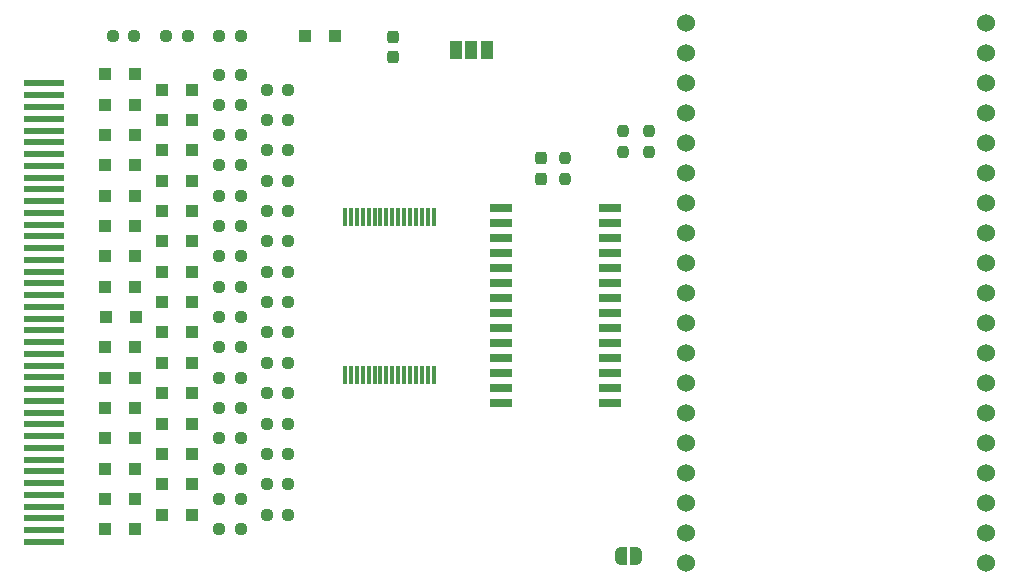
<source format=gbr>
%TF.GenerationSoftware,KiCad,Pcbnew,(6.0.2)*%
%TF.CreationDate,2022-05-01T20:43:16+10:00*%
%TF.ProjectId,brother-esp32,62726f74-6865-4722-9d65-737033322e6b,rev?*%
%TF.SameCoordinates,Original*%
%TF.FileFunction,Soldermask,Top*%
%TF.FilePolarity,Negative*%
%FSLAX46Y46*%
G04 Gerber Fmt 4.6, Leading zero omitted, Abs format (unit mm)*
G04 Created by KiCad (PCBNEW (6.0.2)) date 2022-05-01 20:43:16*
%MOMM*%
%LPD*%
G01*
G04 APERTURE LIST*
G04 Aperture macros list*
%AMRoundRect*
0 Rectangle with rounded corners*
0 $1 Rounding radius*
0 $2 $3 $4 $5 $6 $7 $8 $9 X,Y pos of 4 corners*
0 Add a 4 corners polygon primitive as box body*
4,1,4,$2,$3,$4,$5,$6,$7,$8,$9,$2,$3,0*
0 Add four circle primitives for the rounded corners*
1,1,$1+$1,$2,$3*
1,1,$1+$1,$4,$5*
1,1,$1+$1,$6,$7*
1,1,$1+$1,$8,$9*
0 Add four rect primitives between the rounded corners*
20,1,$1+$1,$2,$3,$4,$5,0*
20,1,$1+$1,$4,$5,$6,$7,0*
20,1,$1+$1,$6,$7,$8,$9,0*
20,1,$1+$1,$8,$9,$2,$3,0*%
%AMFreePoly0*
4,1,22,0.500000,-0.750000,0.000000,-0.750000,0.000000,-0.745033,-0.079941,-0.743568,-0.215256,-0.701293,-0.333266,-0.622738,-0.424486,-0.514219,-0.481581,-0.384460,-0.499164,-0.250000,-0.500000,-0.250000,-0.500000,0.250000,-0.499164,0.250000,-0.499963,0.256109,-0.478152,0.396186,-0.417904,0.524511,-0.324060,0.630769,-0.204165,0.706417,-0.067858,0.745374,0.000000,0.744959,0.000000,0.750000,
0.500000,0.750000,0.500000,-0.750000,0.500000,-0.750000,$1*%
%AMFreePoly1*
4,1,20,0.000000,0.744959,0.073905,0.744508,0.209726,0.703889,0.328688,0.626782,0.421226,0.519385,0.479903,0.390333,0.500000,0.250000,0.500000,-0.250000,0.499851,-0.262216,0.476331,-0.402017,0.414519,-0.529596,0.319384,-0.634700,0.198574,-0.708877,0.061801,-0.746166,0.000000,-0.745033,0.000000,-0.750000,-0.500000,-0.750000,-0.500000,0.750000,0.000000,0.750000,0.000000,0.744959,
0.000000,0.744959,$1*%
G04 Aperture macros list end*
%ADD10R,3.400000X0.600000*%
%ADD11RoundRect,0.011200X0.128800X-0.758800X0.128800X0.758800X-0.128800X0.758800X-0.128800X-0.758800X0*%
%ADD12RoundRect,0.237500X-0.237500X0.250000X-0.237500X-0.250000X0.237500X-0.250000X0.237500X0.250000X0*%
%ADD13RoundRect,0.042000X0.908000X0.258000X-0.908000X0.258000X-0.908000X-0.258000X0.908000X-0.258000X0*%
%ADD14R,1.000000X1.000000*%
%ADD15RoundRect,0.237500X0.237500X-0.300000X0.237500X0.300000X-0.237500X0.300000X-0.237500X-0.300000X0*%
%ADD16RoundRect,0.237500X-0.250000X-0.237500X0.250000X-0.237500X0.250000X0.237500X-0.250000X0.237500X0*%
%ADD17C,1.524000*%
%ADD18R,1.000000X1.500000*%
%ADD19FreePoly0,0.000000*%
%ADD20FreePoly1,0.000000*%
%ADD21RoundRect,0.237500X0.237500X-0.250000X0.237500X0.250000X-0.237500X0.250000X-0.237500X-0.250000X0*%
G04 APERTURE END LIST*
D10*
%TO.C,J1*%
X66790000Y-41990000D03*
X66790000Y-42985375D03*
X66790000Y-43980750D03*
X66790000Y-44976125D03*
X66790000Y-45971500D03*
X66790000Y-46966875D03*
X66790000Y-47962250D03*
X66790000Y-48957625D03*
X66790000Y-49953000D03*
X66790000Y-50948375D03*
X66790000Y-51943750D03*
X66790000Y-52939125D03*
X66790000Y-53934500D03*
X66790000Y-54929875D03*
X66790000Y-55925250D03*
X66790000Y-56920625D03*
X66790000Y-57916000D03*
X66790000Y-58911375D03*
X66790000Y-59906750D03*
X66790000Y-60902125D03*
X66790000Y-61897500D03*
X66790000Y-62892875D03*
X66790000Y-63888250D03*
X66790000Y-64883625D03*
X66790000Y-65879000D03*
X66790000Y-66874375D03*
X66790000Y-67869750D03*
X66790000Y-68865125D03*
X66790000Y-69860500D03*
X66790000Y-70855875D03*
X66790000Y-71851250D03*
X66790000Y-72846625D03*
X66790000Y-73842000D03*
X66790000Y-74837375D03*
X66790000Y-75832750D03*
X66790000Y-76828125D03*
X66790000Y-77823500D03*
X66790000Y-78818875D03*
X66790000Y-79814250D03*
X66790000Y-80809625D03*
%TD*%
D11*
%TO.C,U1*%
X92250000Y-66690000D03*
X92750000Y-66690000D03*
X93250000Y-66690000D03*
X93750000Y-66690000D03*
X94250000Y-66690000D03*
X94750000Y-66690000D03*
X95250000Y-66690000D03*
X95750000Y-66690000D03*
X96250000Y-66690000D03*
X96750000Y-66690000D03*
X97250000Y-66690000D03*
X97750000Y-66690000D03*
X98250000Y-66690000D03*
X98750000Y-66690000D03*
X99250000Y-66690000D03*
X99750000Y-66690000D03*
X99750000Y-53310000D03*
X99250000Y-53310000D03*
X98750000Y-53310000D03*
X98250000Y-53310000D03*
X97750000Y-53310000D03*
X97250000Y-53310000D03*
X96750000Y-53310000D03*
X96250000Y-53310000D03*
X95750000Y-53310000D03*
X95250000Y-53310000D03*
X94750000Y-53310000D03*
X94250000Y-53310000D03*
X93750000Y-53310000D03*
X93250000Y-53310000D03*
X92750000Y-53310000D03*
X92250000Y-53310000D03*
%TD*%
D12*
%TO.C,R35*%
X110900000Y-48275000D03*
X110900000Y-50100000D03*
%TD*%
D13*
%TO.C,U3*%
X114690000Y-69040000D03*
X114690000Y-67770000D03*
X114690000Y-66500000D03*
X114690000Y-65230000D03*
X114690000Y-63960000D03*
X114690000Y-62690000D03*
X114690000Y-61420000D03*
X114690000Y-60150000D03*
X114690000Y-58880000D03*
X114690000Y-57610000D03*
X114690000Y-56340000D03*
X114690000Y-55070000D03*
X114690000Y-53800000D03*
X114690000Y-52530000D03*
X105480000Y-52530000D03*
X105480000Y-53800000D03*
X105480000Y-55070000D03*
X105480000Y-56340000D03*
X105480000Y-57610000D03*
X105480000Y-58880000D03*
X105480000Y-60150000D03*
X105480000Y-61420000D03*
X105480000Y-62690000D03*
X105480000Y-63960000D03*
X105480000Y-65230000D03*
X105480000Y-66500000D03*
X105480000Y-67770000D03*
X105480000Y-69040000D03*
%TD*%
D14*
%TO.C,D6*%
X76750000Y-55357100D03*
X79250000Y-55357100D03*
%TD*%
%TO.C,D22*%
X71925000Y-56627600D03*
X74425000Y-56627600D03*
%TD*%
%TO.C,D25*%
X74425000Y-64327600D03*
X71925000Y-64327600D03*
%TD*%
D15*
%TO.C,C2*%
X108830000Y-50050000D03*
X108830000Y-48325000D03*
%TD*%
D14*
%TO.C,D24*%
X74550000Y-61760900D03*
X72050000Y-61760900D03*
%TD*%
%TO.C,D1*%
X76750000Y-42500000D03*
X79250000Y-42500000D03*
%TD*%
D16*
%TO.C,R1*%
X81587500Y-41230000D03*
X83412500Y-41230000D03*
%TD*%
D14*
%TO.C,D20*%
X74425000Y-51494300D03*
X71925000Y-51494300D03*
%TD*%
%TO.C,D26*%
X74425000Y-66894300D03*
X71925000Y-66894300D03*
%TD*%
%TO.C,D30*%
X79250000Y-75928600D03*
X76750000Y-75928600D03*
%TD*%
D15*
%TO.C,C1*%
X96340000Y-39752500D03*
X96340000Y-38027500D03*
%TD*%
D14*
%TO.C,D7*%
X76750000Y-57928600D03*
X79250000Y-57928600D03*
%TD*%
%TO.C,D29*%
X74425000Y-74594300D03*
X71925000Y-74594300D03*
%TD*%
%TO.C,D10*%
X79250000Y-65642900D03*
X76750000Y-65642900D03*
%TD*%
D16*
%TO.C,R6*%
X85610000Y-47642900D03*
X87435000Y-47642900D03*
%TD*%
D14*
%TO.C,D28*%
X71925000Y-72027600D03*
X74425000Y-72027600D03*
%TD*%
D16*
%TO.C,R2*%
X85610000Y-42500000D03*
X87435000Y-42500000D03*
%TD*%
%TO.C,R15*%
X81587500Y-59192000D03*
X83412500Y-59192000D03*
%TD*%
%TO.C,R30*%
X85610000Y-78500000D03*
X87435000Y-78500000D03*
%TD*%
%TO.C,R28*%
X85610000Y-75928600D03*
X87435000Y-75928600D03*
%TD*%
%TO.C,R19*%
X81587500Y-64324000D03*
X83412500Y-64324000D03*
%TD*%
%TO.C,R7*%
X81587500Y-48928000D03*
X83412500Y-48928000D03*
%TD*%
%TO.C,R5*%
X81587500Y-46362000D03*
X83412500Y-46362000D03*
%TD*%
D17*
%TO.C,U2*%
X121110000Y-36872500D03*
X121110000Y-39412500D03*
X121110000Y-41952500D03*
X121110000Y-44492500D03*
X121110000Y-47032500D03*
X121110000Y-49572500D03*
X121110000Y-52112500D03*
X121110000Y-54652500D03*
X121110000Y-57192500D03*
X121110000Y-59732500D03*
X121110000Y-62272500D03*
X121110000Y-64812500D03*
X121110000Y-67352500D03*
X121110000Y-69892500D03*
X121110000Y-72432500D03*
X121110000Y-74972500D03*
X121110000Y-77512500D03*
X121110000Y-80052500D03*
X121110000Y-82592500D03*
X146510000Y-82592500D03*
X146510000Y-80052500D03*
X146510000Y-77512500D03*
X146510000Y-74972500D03*
X146510000Y-72432500D03*
X146510000Y-69892500D03*
X146510000Y-67352500D03*
X146510000Y-64812500D03*
X146510000Y-62272500D03*
X146510000Y-59732500D03*
X146510000Y-57192500D03*
X146510000Y-54652500D03*
X146510000Y-52112500D03*
X146510000Y-49572500D03*
X146510000Y-47032500D03*
X146510000Y-44492500D03*
X146510000Y-41952500D03*
X146510000Y-39412500D03*
X146510000Y-36872500D03*
%TD*%
D16*
%TO.C,R23*%
X81587500Y-69456000D03*
X83412500Y-69456000D03*
%TD*%
D14*
%TO.C,D8*%
X79250000Y-60500000D03*
X76750000Y-60500000D03*
%TD*%
D16*
%TO.C,R27*%
X81587500Y-74588000D03*
X83412500Y-74588000D03*
%TD*%
D14*
%TO.C,D18*%
X74425000Y-46360900D03*
X71925000Y-46360900D03*
%TD*%
%TO.C,D17*%
X71925000Y-43794300D03*
X74425000Y-43794300D03*
%TD*%
D16*
%TO.C,R32*%
X81587500Y-38000000D03*
X83412500Y-38000000D03*
%TD*%
%TO.C,R21*%
X81587500Y-66890000D03*
X83412500Y-66890000D03*
%TD*%
%TO.C,R22*%
X85610000Y-68214300D03*
X87435000Y-68214300D03*
%TD*%
D14*
%TO.C,D14*%
X74425000Y-77160900D03*
X71925000Y-77160900D03*
%TD*%
D18*
%TO.C,JP1*%
X101650000Y-39150000D03*
X102950000Y-39150000D03*
X104250000Y-39150000D03*
%TD*%
D16*
%TO.C,R31*%
X81587500Y-79720000D03*
X83412500Y-79720000D03*
%TD*%
D19*
%TO.C,JP2*%
X115580000Y-81980000D03*
D20*
X116880000Y-81980000D03*
%TD*%
D14*
%TO.C,D4*%
X79250000Y-50214300D03*
X76750000Y-50214300D03*
%TD*%
%TO.C,D27*%
X74425000Y-69460900D03*
X71925000Y-69460900D03*
%TD*%
%TO.C,D2*%
X79250000Y-45071400D03*
X76750000Y-45071400D03*
%TD*%
D16*
%TO.C,R25*%
X81587500Y-72022000D03*
X83412500Y-72022000D03*
%TD*%
D14*
%TO.C,D21*%
X71925000Y-54060900D03*
X74425000Y-54060900D03*
%TD*%
%TO.C,D12*%
X79250000Y-70785700D03*
X76750000Y-70785700D03*
%TD*%
D16*
%TO.C,R16*%
X85610000Y-60500000D03*
X87435000Y-60500000D03*
%TD*%
%TO.C,R24*%
X85610000Y-70785700D03*
X87435000Y-70785700D03*
%TD*%
%TO.C,R4*%
X85610000Y-45071400D03*
X87435000Y-45071400D03*
%TD*%
%TO.C,R29*%
X81587500Y-77154000D03*
X83412500Y-77154000D03*
%TD*%
D14*
%TO.C,D19*%
X74425000Y-48927600D03*
X71925000Y-48927600D03*
%TD*%
D16*
%TO.C,R11*%
X81587500Y-54060000D03*
X83412500Y-54060000D03*
%TD*%
D21*
%TO.C,R36*%
X115800000Y-47800000D03*
X115800000Y-45975000D03*
%TD*%
D16*
%TO.C,R26*%
X85610000Y-73357100D03*
X87435000Y-73357100D03*
%TD*%
D14*
%TO.C,D16*%
X74425000Y-41227600D03*
X71925000Y-41227600D03*
%TD*%
D16*
%TO.C,R17*%
X81587500Y-61758000D03*
X83412500Y-61758000D03*
%TD*%
%TO.C,R13*%
X81587500Y-56626000D03*
X83412500Y-56626000D03*
%TD*%
D21*
%TO.C,R37*%
X118000000Y-47800000D03*
X118000000Y-45975000D03*
%TD*%
D14*
%TO.C,D5*%
X76750000Y-52785700D03*
X79250000Y-52785700D03*
%TD*%
D16*
%TO.C,R3*%
X81587500Y-43796000D03*
X83412500Y-43796000D03*
%TD*%
D14*
%TO.C,D23*%
X74425000Y-59194300D03*
X71925000Y-59194300D03*
%TD*%
D16*
%TO.C,R18*%
X85610000Y-63071400D03*
X87435000Y-63071400D03*
%TD*%
D14*
%TO.C,D13*%
X76750000Y-73357100D03*
X79250000Y-73357100D03*
%TD*%
%TO.C,D31*%
X79250000Y-78500000D03*
X76750000Y-78500000D03*
%TD*%
D16*
%TO.C,R34*%
X72587500Y-38000000D03*
X74412500Y-38000000D03*
%TD*%
D14*
%TO.C,D3*%
X79250000Y-47642900D03*
X76750000Y-47642900D03*
%TD*%
%TO.C,D9*%
X79250000Y-63071400D03*
X76750000Y-63071400D03*
%TD*%
%TO.C,D32*%
X91400000Y-37990000D03*
X88900000Y-37990000D03*
%TD*%
D16*
%TO.C,R14*%
X85610000Y-57928600D03*
X87435000Y-57928600D03*
%TD*%
%TO.C,R9*%
X81587500Y-51494000D03*
X83412500Y-51494000D03*
%TD*%
%TO.C,R12*%
X85610000Y-55357100D03*
X87435000Y-55357100D03*
%TD*%
%TO.C,R20*%
X85610000Y-65642900D03*
X87435000Y-65642900D03*
%TD*%
%TO.C,R33*%
X77087500Y-38000000D03*
X78912500Y-38000000D03*
%TD*%
D14*
%TO.C,D15*%
X74425000Y-79727600D03*
X71925000Y-79727600D03*
%TD*%
%TO.C,D11*%
X79250000Y-68214300D03*
X76750000Y-68214300D03*
%TD*%
D16*
%TO.C,R10*%
X85610000Y-52785700D03*
X87435000Y-52785700D03*
%TD*%
%TO.C,R8*%
X85610000Y-50214300D03*
X87435000Y-50214300D03*
%TD*%
M02*

</source>
